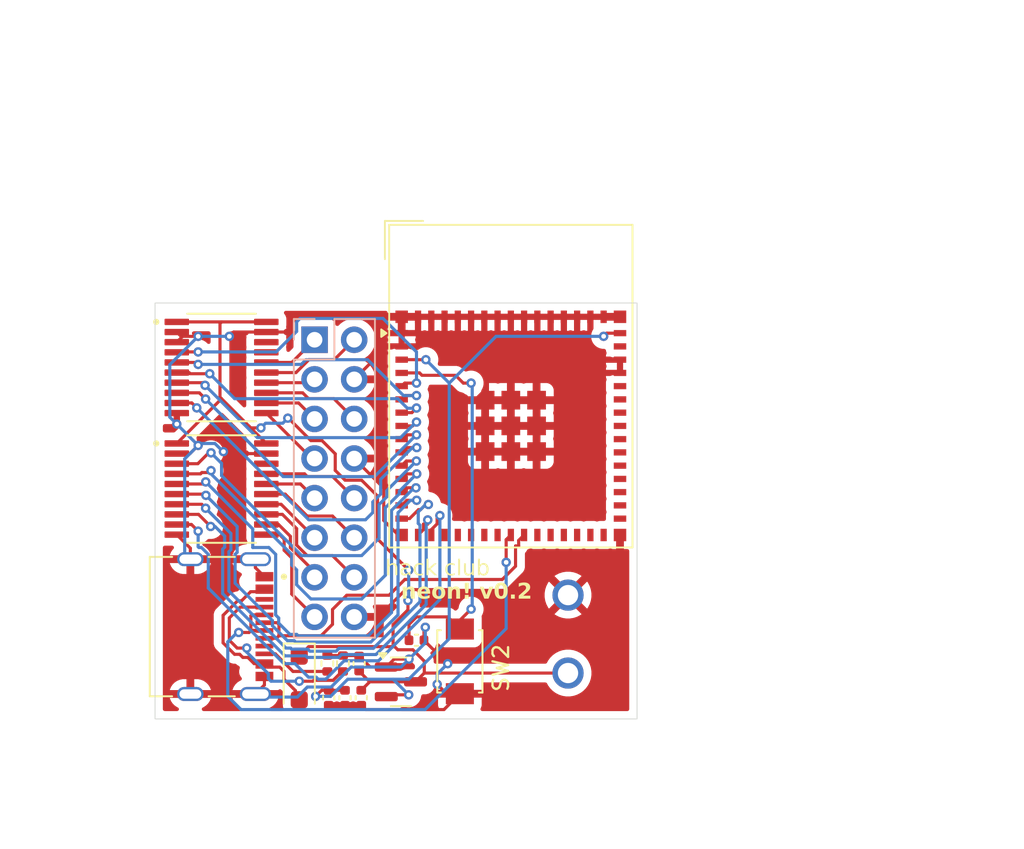
<source format=kicad_pcb>
(kicad_pcb (version 20241030) (generator "pcbnew") (generator_version "8.99")
  (layers (0 "F.Cu" signal) (2 "B.Cu" signal) (13 "F.Paste" user) (15 "B.Paste" user) (5 "F.SilkS" user "F.Silkscreen") (7 "B.SilkS" user "B.Silkscreen") (1 "F.Mask" user) (3 "B.Mask" user) (25 "Edge.Cuts" user) (39 "User.1" signal) (41 "User.2" signal) (43 "User.3" signal) (45 "User.4" signal) (47 "User.5" signal) (49 "User.6" signal) (51 "User.7" signal) (53 "User.8" signal) (55 "User.9" signal))
  (net 0 "")
  (net 1 "+5V")
  (net 2 "GND")
  (net 3 "+3V3")
  (net 5 "/GPIO0")
  (net 7 "Net-(D1-A)")
  (net 8 "Net-(J1-CC1)")
  (net 9 "/D-")
  (net 10 "/D+")
  (net 12 "Net-(J1-CC2)")
  (net 14 "/B2")
  (net 15 "/R1")
  (net 16 "/C")
  (net 17 "/R2")
  (net 18 "/B1")
  (net 19 "/CLK")
  (net 20 "/A")
  (net 21 "/OE-")
  (net 23 "/G1")
  (net 24 "/STROBE")
  (net 25 "/D")
  (net 34 "/G2")
  (net 35 "/B")
  (net 50 "Net-(U1-B8)")
  (net 51 "Net-(U1-B3)")
  (net 52 "Net-(U1-B6)")
  (net 53 "Net-(U1-B7)")
  (net 54 "Net-(U1-B4)")
  (net 55 "Net-(U1-B2)")
  (net 56 "Net-(U1-B5)")
  (net 57 "Net-(U2-B2)")
  (net 58 "Net-(U2-G1)")
  (net 59 "Net-(U2-B1)")
  (net 60 "Net-(U2-R2)")
  (net 61 "Net-(U2-G2)")
  (net 62 "Net-(U2-R1)")
  (footprint "SOP65P640X120-20N:SOP65P640X120-20N" (layer "F.Cu") (at 171 71)
    (property "Reference" "U5" (hide yes))
    (property "Value" "SN74AHCT245PWR")
  )
  (footprint "Capacitor_SMD:C_0402_1005Metric" (layer "F.Cu") (at 179.823587 89.99143 -90)
    (property "Reference" "C5" (hide yes))
    (property "Value" "10uF")
  )
  (footprint "HRO_TYPE-C-31-M-12:HRO_TYPE-C-31-M-12" (layer "F.Cu") (at 169 87.62257 -90)
    (property "Reference" "J1" (hide yes))
    (property "Value" "USB_C_Receptacle_USB2.0_16P")
  )
  (footprint "Capacitor_SMD:C_0402_1005Metric" (layer "F.Cu") (at 183.5 88.5 180)
    (property "Reference" "C10" (hide yes))
    (property "Value" "1uF")
  )
  (footprint "SOP65P640X120-20N:SOP65P640X120-20N" (layer "F.Cu") (at 171 78.798396)
    (property "Reference" "U1" (hide yes))
    (property "Value" "SN74AHCT245PWR")
  )
  (footprint "TS-1088-AR02016:SW_TS-1088-AR02016" (layer "F.Cu") (at 186.281235 89.853738 -90)
    (property "Reference" "SW2")
    (property "Value" "SW_Push")
  )
  (footprint "Package_TO_SOT_SMD:SOT-23" (layer "F.Cu") (at 182.5 91.165677)
    (property "Reference" "U3" (hide yes))
    (property "Value" "XC6206P332MR")
  )
  (footprint "Diode_SMD:D_SOD-123F" (layer "F.Cu") (at 175.98159 90.917116 -90)
    (property "Reference" "D1" (hide yes))
    (property "Value" "S-LMBR340FT1G")
  )
  (footprint "Capacitor_SMD:C_0402_1005Metric" (layer "F.Cu") (at 178.915544 92.189385 -90)
    (property "Reference" "C3" (hide yes))
    (property "Value" "0.1uF")
  )
  (footprint "DORABO:DB300V-5.0-2P-BU-S" (layer "F.Cu") (at 188.216183 93.102955 90)
    (property "Reference" "J2" (hide yes))
    (property "Value" "Screw_Terminal_01x02")
  )
  (footprint "Capacitor_SMD:C_0402_1005Metric" (layer "F.Cu") (at 179.958278 92.188128 90)
    (property "Reference" "C6" (hide yes))
    (property "Value" "0.1uF")
  )
  (footprint "Resistor_SMD:R_0402_1005Metric" (layer "F.Cu") (at 177.784613 89.99 90)
    (property "Reference" "R2" (hide yes))
    (property "Value" "5.1K")
  )
  (footprint "Resistor_SMD:R_0402_1005Metric" (layer "F.Cu") (at 178.784613 89.99 90)
    (property "Reference" "R1" (hide yes))
    (property "Value" "5.1K")
  )
  (footprint "Capacitor_SMD:C_0402_1005Metric" (layer "F.Cu") (at 177.871743 92.191559 -90)
    (property "Reference" "C4" (hide yes))
    (property "Value" "10uF")
  )
  (footprint "RF_Module:ESP32-S2-MINI-1" (layer "F.Cu") (at 189.549154 72.196561)
    (property "Reference" "U6" (hide yes))
    (property "Value" "ESP32-S3-MINI-1-N8")
  )
  (footprint "Connector_PinSocket_2.54mm:PinSocket_2x08_P2.54mm_Vertical" (layer "B.Cu") (at 176.96481 69.22 180)
    (property "Reference" "U2" (hide yes))
    (property "Value" "~")
  )
  (gr_rect (start 166.736334 66.861596) (end 197.642307 93.546339) (stroke (width 0.05)) (fill none) (layer "Edge.Cuts"))
  (gr_text "hack club" (at 181.5 84.5 0) (layer "F.SilkS") (effects (font (size 1 1)) (justify left bottom)))
  (gr_text "neon! v0.2" (at 182.5 86 0) (layer "F.SilkS") (effects (font (size 1 1) (thickness 0.25) (bold yes)) (justify left bottom)))
  (segment (start 177.441156 75.69) (end 178.290496 76.53934) (width 0.2) (layer "F.Cu") (net 1))
  (segment (start 182.1 88.91) (end 182.3 89.11) (width 0.2) (layer "F.Cu") (net 1))
  (segment (start 178.290496 76.53934) (end 178.290496 77.6) (width 0.2) (layer "F.Cu") (net 1))
  (segment (start 181 79.248844) (end 181 82) (width 0.2) (layer "F.Cu") (net 1))
  (segment (start 182 88.91) (end 182.1 88.91) (width 0.2) (layer "F.Cu") (net 1))
  (segment (start 179.989264 90.637107) (end 179.823587 90.47143) (width 0.2) (layer "F.Cu") (net 1))
  (segment (start 168.13 68.075) (end 171 68.075) (width 0.2) (layer "F.Cu") (net 1))
  (segment (start 192.613228 90) (end 193.216183 90.602955) (width 0.2) (layer "F.Cu") (net 1))
  (segment (start 171 68.075) (end 173.87 68.075) (width 0.2) (layer "F.Cu") (net 1))
  (segment (start 172.748302 74.751698) (end 170.998302 73.001698) (width 0.2) (layer "F.Cu") (net 1))
  (segment (start 178.290496 77.6) (end 178.920496 78.23) (width 0.2) (layer "F.Cu") (net 1))
  (segment (start 176.588706 88.91) (end 182 88.91) (width 0.2) (layer "F.Cu") (net 1))
  (segment (start 179.981156 78.23) (end 181 79.248844) (width 0.2) (layer "F.Cu") (net 1))
  (segment (start 170.998302 73.001698) (end 170.9 72.903396) (width 0.2) (layer "F.Cu") (net 1))
  (segment (start 170.9 72.903396) (end 170.9 68.175) (width 0.2) (layer "F.Cu") (net 1))
  (segment (start 172.748302 74.751698) (end 172.871783 74.875179) (width 0.2) (layer "F.Cu") (net 1))
  (segment (start 183.268117 89.11) (end 184.000222 89.842105) (width 0.2) (layer "F.Cu") (net 1))
  (segment (start 180.500729 91.165677) (end 179.823587 90.488535) (width 0.2) (layer "F.Cu") (net 1))
  (segment (start 183.4375 91.165677) (end 180.500729 91.165677) (width 0.2) (layer "F.Cu") (net 1))
  (segment (start 182.951421 86.548579) (end 182 87.5) (width 0.2) (layer "F.Cu") (net 1))
  (segment (start 173.87 75.873396) (end 172.748302 74.751698) (width 0.2) (layer "F.Cu") (net 1))
  (segment (start 179.823587 90.488535) (end 179.823587 90.47143) (width 0.2) (layer "F.Cu") (net 1))
  (segment (start 180.500729 91.165677) (end 179.958278 91.708128) (width 0.2) (layer "F.Cu") (net 1))
  (segment (start 179.823587 91.612119) (end 179.923027 91.711559) (width 0.2) (layer "F.Cu") (net 1))
  (segment (start 175.98159 89.517116) (end 176.588706 88.91) (width 0.2) (layer "F.Cu") (net 1))
  (segment (start 184.000222 89.842105) (end 184.000222 90.602955) (width 0.2) (layer "F.Cu") (net 1))
  (segment (start 175.25 74.25) (end 175.288464 74.25) (width 0.2) (layer "F.Cu") (net 1))
  (segment (start 175.288464 74.25) (end 176.728464 75.69) (width 0.2) (layer "F.Cu") (net 1))
  (segment (start 170.9 68.175) (end 171 68.075) (width 0.2) (layer "F.Cu") (net 1))
  (segment (start 178.920496 78.23) (end 179.981156 78.23) (width 0.2) (layer "F.Cu") (net 1))
  (segment (start 181 82) (end 183 84) (width 0.2) (layer "F.Cu") (net 1))
  (segment (start 168.13 75.873396) (end 170.001698 74.001698) (width 0.2) (layer "F.Cu") (net 1))
  (segment (start 182.3 89.11) (end 183.268117 89.11) (width 0.2) (layer "F.Cu") (net 1))
  (segment (start 182.951421 85.951421) (end 182.951421 86.548579) (width 0.2) (layer "F.Cu") (net 1))
  (segment (start 170.998302 73.005094) (end 170.998302 73.001698) (width 0.2) (layer "F.Cu") (net 1))
  (segment (start 183.4375 91.165677) (end 184.000222 90.602955) (width 0.2) (layer "F.Cu") (net 1))
  (segment (start 184.000222 90.602955) (end 193.216183 90.602955) (width 0.2) (layer "F.Cu") (net 1))
  (segment (start 172.871783 74.875179) (end 173.524821 74.875179) (width 0.2) (layer "F.Cu") (net 1))
  (segment (start 176.728464 75.69) (end 177.441156 75.69) (width 0.2) (layer "F.Cu") (net 1))
  (segment (start 170.001698 74.001698) (end 170.998302 73.005094) (width 0.2) (layer "F.Cu") (net 1))
  (segment (start 175.565182 89.517116) (end 175.98159 89.517116) (width 0.2) (layer "F.Cu") (net 1))
  (segment (start 182 87.5) (end 182 88.91) (width 0.2) (layer "F.Cu") (net 1))
  (via (at 183 84) (size 0.6) (drill 0.3) (layers "F.Cu" "B.Cu") (net 1))
  (via (at 173.524821 74.875179) (size 0.6) (drill 0.3) (layers "F.Cu" "B.Cu") (net 1))
  (via (at 182.951421 85.951421) (size 0.6) (drill 0.3) (layers "F.Cu" "B.Cu") (net 1))
  (via (at 175.25 74.25) (size 0.6) (drill 0.3) (layers "F.Cu" "B.Cu") (net 1))
  (segment (start 183 85.902842) (end 182.951421 85.951421) (width 0.2) (layer "B.Cu") (net 1))
  (segment (start 174.925977 74.574023) (end 173.825977 74.574023) (width 0.2) (layer "B.Cu") (net 1))
  (segment (start 183 84) (end 183 85.902842) (width 0.2) (layer "B.Cu") (net 1))
  (segment (start 173.825977 74.574023) (end 173.524821 74.875179) (width 0.2) (layer "B.Cu") (net 1))
  (segment (start 175.25 74.25) (end 174.925977 74.574023) (width 0.2) (layer "B.Cu") (net 1))
  (segment (start 183.98 88.5) (end 183.98 87.751274) (width 0.2) (layer "F.Cu") (net 2))
  (segment (start 181.052899 87) (end 182.802899 85.25) (width 0.2) (layer "F.Cu") (net 2))
  (segment (start 173.17 83.84257) (end 173.75 84.42257) (width 0.2) (layer "F.Cu") (net 2))
  (segment (start 185.428738 91.928738) (end 184.825735 91.325735) (width 0.2) (layer "F.Cu") (net 2))
  (segment (start 179.792157 89.48) (end 179.823587 89.51143) (width 0.2) (layer "F.Cu") (net 2))
  (segment (start 182.499648 69.696067) (end 182.549154 69.646561) (width 0.2) (layer "F.Cu") (net 2))
  (segment (start 171.120736 76.398318) (end 171.245814 76.523396) (width 0.2) (layer "F.Cu") (net 2))
  (segment (start 182.549154 81.746561) (end 182.333721 81.746561) (width 0.2) (layer "F.Cu") (net 2))
  (segment (start 168.5 69.005) (end 168.13 69.375) (width 0.2) (layer "F.Cu") (net 2))
  (segment (start 171.775 68.725) (end 173.87 68.725) (width 0.2) (layer "F.Cu") (net 2))
  (segment (start 180.236489 92.946339) (end 185.263634 92.946339) (width 0.2) (layer "F.Cu") (net 2))
  (segment (start 169 83.29757) (end 169 82.593396) (width 0.2) (layer "F.Cu") (net 2))
  (segment (start 171.5 69) (end 171.775 68.725) (width 0.2) (layer "F.Cu") (net 2))
  (segment (start 186 85.25) (end 186.25 85.5) (width 0.2) (layer "F.Cu") (net 2))
  (segment (start 179.50481 71.76) (end 181.568743 69.696067) (width 0.2) (layer "F.Cu") (net 2))
  (segment (start 181.4 80.81284) (end 181.4 78.73519) (width 0.2) (layer "F.Cu") (net 2))
  (segment (start 168.976604 76.523396) (end 169.5 76) (width 0.2) (layer "F.Cu") (net 2))
  (segment (start 180.527834 90.215677) (end 181.5625 90.215677) (width 0.2) (layer "F.Cu") (net 2))
  (segment (start 179.957021 92.669385) (end 179.958278 92.668128) (width 0.2) (layer "F.Cu") (net 2))
  (segment (start 179.958278 92.668128) (end 180.236489 92.946339) (width 0.2) (layer "F.Cu") (net 2))
  (segment (start 185.5 90) (end 185.48 90) (width 0.2) (layer "F.Cu") (net 2))
  (segment (start 177.784613 89.48) (end 179.792157 89.48) (width 0.2) (layer "F.Cu") (net 2))
  (segment (start 168.5 69) (end 168.5 69.005) (width 0.2) (layer "F.Cu") (net 2))
  (segment (start 169 82.593396) (end 168.13 81.723396) (width 0.2) (layer "F.Cu") (net 2))
  (segment (start 179.50481 87) (end 181.052899 87) (width 0.2) (layer "F.Cu") (net 2))
  (segment (start 173.17 83.29757) (end 173.17 83.84257) (width 0.2) (layer "F.Cu") (net 2))
  (segment (start 183.98 87.751274) (end 184.065637 87.665637) (width 0.2) (layer "F.Cu") (net 2))
  (segment (start 173.75 90.82257) (end 173.75 91.36757) (width 0.2) (layer "F.Cu") (net 2))
  (segment (start 182.068177 89.71) (end 181.5625 90.215677) (width 0.2) (layer "F.Cu") (net 2))
  (segment (start 181.568743 69.696067) (end 182.499648 69.696067) (width 0.2) (layer "F.Cu") (net 2))
  (segment (start 185.263634 92.946339) (end 186.281235 91.928738) (width 0.2) (layer "F.Cu") (net 2))
  (segment (start 168.5 69) (end 168.405 69) (width 0.2) (layer "F.Cu") (net 2))
  (segment (start 181.4 78.73519) (end 179.50481 76.84) (width 0.2) (layer "F.Cu") (net 2))
  (segment (start 182.333721 81.746561) (end 181.4 80.81284) (width 0.2) (layer "F.Cu") (net 2))
  (segment (start 169.5 69) (end 168.5 69) (width 0.2) (layer "F.Cu") (net 2))
  (segment (start 168.13 74.63) (end 168.13 73.925) (width 0.2) (layer "F.Cu") (net 2))
  (segment (start 177.875174 92.668128) (end 177.871743 92.671559) (width 0.2) (layer "F.Cu") (net 2))
  (segment (start 168.405 69) (end 168.13 68.725) (width 0.2) (layer "F.Cu") (net 2))
  (segment (start 186.281235 91.928738) (end 185.428738 91.928738) (width 0.2) (layer "F.Cu") (net 2))
  (segment (start 171.245814 76.523396) (end 173.87 76.523396) (width 0.2) (layer "F.Cu") (net 2))
  (segment (start 179.823587 89.51143) (end 180.527834 90.215677) (width 0.2) (layer "F.Cu") (net 2))
  (segment (start 173.87 68.725) (end 175.275 68.725) (width 0.2) (layer "F.Cu") (net 2))
  (segment (start 183.019588 89.71) (end 182.068177 89.71) (width 0.2) (layer "F.Cu") (net 2))
  (segment (start 173.75 91.36757) (end 173.17 91.94757) (width 0.2) (layer "F.Cu") (net 2))
  (segment (start 185.48 90) (end 183.98 88.5) (width 0.2) (layer "F.Cu") (net 2))
  (segment (start 168.13 76.523396) (end 168.976604 76.523396) (width 0.2) (layer "F.Cu") (net 2))
  (segment (start 182.802899 85.25) (end 186 85.25) (width 0.2) (layer "F.Cu") (net 2))
  (segment (start 179.958278 92.668128) (end 177.875174 92.668128) (width 0.2) (layer "F.Cu") (net 2))
  (segment (start 178.91337 92.671559) (end 178.915544 92.669385) (width 0.2) (layer "F.Cu") (net 2))
  (via (at 183.019588 89.71) (size 0.6) (drill 0.3) (layers "F.Cu" "B.Cu") (net 2))
  (via (at 184.825735 91.325735) (size 0.6) (drill 0.3) (layers "F.Cu" "B.Cu") (net 2))
  (via (at 185.5 90) (size 0.6) (drill 0.3) (layers "F.Cu" "B.Cu") (net 2))
  (via (at 168.13 74.63) (size 0.6) (drill 0.3) (layers "F.Cu" "B.Cu") (net 2))
  (via (at 169.5 76) (size 0.6) (drill 0.3) (layers "F.Cu" "B.Cu") (net 2))
  (via (at 171.5 69) (size 0.6) (drill 0.3) (layers "F.Cu" "B.Cu") (net 2))
  (via (at 171.120736 76.398318) (size 0.6) (drill 0.3) (layers "F.Cu" "B.Cu") (net 2))
  (via (at 184.065637 87.665637) (size 0.6) (drill 0.3) (layers "F.Cu" "B.Cu") (net 2))
  (via (at 169.5 69) (size 0.6) (drill 0.3) (layers "F.Cu" "B.Cu") (net 2))
  (segment (start 183.019588 89.71) (end 184.065637 88.663951) (width 0.2) (layer "B.Cu") (net 2))
  (segment (start 184.825735 90.674265) (end 185.5 90) (width 0.2) (layer "B.Cu") (net 2))
  (segment (start 169.626604 75.873396) (end 169.5 76) (width 0.2) (layer "B.Cu") (net 2))
  (segment (start 171.120736 76.398318) (end 171.097715 76.398318) (width 0.2) (layer "B.Cu") (net 2))
  (segment (start 176.501088 91.498912) (end 178.027786 91.498912) (width 0.2) (layer "B.Cu") (net 2))
  (segment (start 167.682083 70.817917) (end 169.5 69) (width 0.2) (layer "B.Cu") (net 2))
  (segment (start 168.637425 76.862575) (end 168.637425 82.934995) (width 0.2) (layer "B.Cu") (net 2))
  (segment (start 175.855525 92.144475) (end 176.501088 91.498912) (width 0.2) (layer "B.Cu") (net 2))
  (segment (start 184.065637 88.663951) (end 184.065637 87.665637) (width 0.2) (layer "B.Cu") (net 2))
  (segment (start 169.5 76) (end 168.637425 76.862575) (width 0.2) (layer "B.Cu") (net 2))
  (segment (start 173.366905 92.144475) (end 175.855525 92.144475) (width 0.2) (layer "B.Cu") (net 2))
  (segment (start 173.17 91.94757) (end 173.366905 92.144475) (width 0.2) (layer "B.Cu") (net 2))
  (segment (start 167.682083 74.182083) (end 167.682083 70.817917) (width 0.2) (layer "B.Cu") (net 2))
  (segment (start 168.13 74.63) (end 169.5 76) (width 0.2) (layer "B.Cu") (net 2))
  (segment (start 168.637425 82.934995) (end 169 83.29757) (width 0.2) (layer "B.Cu") (net 2))
  (segment (start 184.825735 91.325735) (end 184.825735 90.674265) (width 0.2) (layer "B.Cu") (net 2))
  (segment (start 169.5 69) (end 171.5 69) (width 0.2) (layer "B.Cu") (net 2))
  (segment (start 168.13 74.63) (end 167.682083 74.182083) (width 0.2) (layer "B.Cu") (net 2))
  (segment (start 179.311021 90.215677) (end 182.513911 90.215677) (width 0.2) (layer "B.Cu") (net 2))
  (segment (start 178.027786 91.498912) (end 179.311021 90.215677) (width 0.2) (layer "B.Cu") (net 2))
  (segment (start 171.097715 76.398318) (end 170.572793 75.873396) (width 0.2) (layer "B.Cu") (net 2))
  (segment (start 170.572793 75.873396) (end 169.626604 75.873396) (width 0.2) (layer "B.Cu") (net 2))
  (segment (start 182.513911 90.215677) (end 183.019588 89.71) (width 0.2) (layer "B.Cu") (net 2))
  (segment (start 183 92) (end 181.678177 92) (width 0.2) (layer "F.Cu") (net 3))
  (segment (start 183.5 70.5) (end 183.496561 70.496561) (width 0.2) (layer "F.Cu") (net 3))
  (segment (start 183.496561 70.496561) (end 182.549154 70.496561) (width 0.2) (layer "F.Cu") (net 3))
  (segment (start 177.03159 92.098912) (end 177.418943 91.711559) (width 0.2) (layer "F.Cu") (net 3))
  (segment (start 195.703439 68.796561) (end 195.5 69) (width 0.2) (layer "F.Cu") (net 3))
  (segment (start 177.418943 91.711559) (end 178.871743 91.711559) (width 0.2) (layer "F.Cu") (net 3))
  (segment (start 196.549154 68.796561) (end 195.703439 68.796561) (width 0.2) (layer "F.Cu") (net 3))
  (segment (start 184.1 70.5) (end 183.5 70.5) (width 0.2) (layer "F.Cu") (net 3))
  (segment (start 181.678177 92) (end 181.5625 92.115677) (width 0.2) (layer "F.Cu") (net 3))
  (via (at 183 92) (size 0.6) (drill 0.3) (layers "F.Cu" "B.Cu") (net 3))
  (via (at 184.1 70.5) (size 0.6) (drill 0.3) (layers "F.Cu" "B.Cu") (net 3))
  (via (at 177.03159 92.098912) (size 0.6) (drill 0.3) (layers "F.Cu" "B.Cu") (net 3))
  (via (at 195.5 69) (size 0.6) (drill 0.3) (layers "F.Cu" "B.Cu") (net 3))
  (segment (start 183 91) (end 185.6 88.4) (width 0.2) (layer "B.Cu") (net 3))
  (segment (start 179.092384 91) (end 183 91) (width 0.2) (layer "B.Cu") (net 3))
  (segment (start 177.993472 92.098912) (end 179.092384 91) (width 0.2) (layer "B.Cu") (net 3))
  (segment (start 183 92) (end 182 91) (width 0.2) (layer "B.Cu") (net 3))
  (segment (start 188.6 69) (end 185.6 72) (width 0.2) (layer "B.Cu") (net 3))
  (segment (start 185.6 88.4) (end 185.6 72) (width 0.2) (layer "B.Cu") (net 3))
  (segment (start 177.03159 92.098912) (end 177.993472 92.098912) (width 0.2) (layer "B.Cu") (net 3))
  (segment (start 185.6 72) (end 184.1 70.5) (width 0.2) (layer "B.Cu") (net 3))
  (segment (start 195.5 69) (end 188.6 69) (width 0.2) (layer "B.Cu") (net 3))
  (segment (start 187 72) (end 186.5 72) (width 0.2) (layer "F.Cu") (net 5))
  (segment (start 183.02 87.48) (end 183.02 88.5) (width 0.2) (layer "F.Cu") (net 5))
  (segment (start 183.849943 71.5) (end 183.696504 71.346561) (width 0.2) (layer "F.Cu") (net 5))
  (segment (start 183.5 87) (end 183.02 87.48) (width 0.2) (layer "F.Cu") (net 5))
  (segment (start 186.5 72) (end 186 71.5) (width 0.2) (layer "F.Cu") (net 5))
  (segment (start 186.281235 87.218765) (end 187 86.5) (width 0.2) (layer "F.Cu") (net 5))
  (segment (start 186.281235 87.778738) (end 185.502497 87) (width 0.2) (layer "F.Cu") (net 5))
  (segment (start 186 71.5) (end 183.849943 71.5) (width 0.2) (layer "F.Cu") (net 5))
  (segment (start 185.502497 87) (end 183.5 87) (width 0.2) (layer "F.Cu") (net 5))
  (segment (start 183.696504 71.346561) (end 182.549154 71.346561) (width 0.2) (layer "F.Cu") (net 5))
  (segment (start 186.281235 87.778738) (end 186.281235 87.218765) (width 0.2) (layer "F.Cu") (net 5))
  (via (at 187 72) (size 0.6) (drill 0.3) (layers "F.Cu" "B.Cu") (net 5))
  (via (at 187 86.5) (size 0.6) (drill 0.3) (layers "F.Cu" "B.Cu") (net 5))
  (segment (start 187 86.5) (end 187.073816 86.426184) (width 0.2) (layer "B.Cu") (net 5))
  (segment (start 187.073816 72.073816) (end 187 72) (width 0.2) (layer "B.Cu") (net 5))
  (segment (start 187.073816 86.426184) (end 187.073816 72.073816) (width 0.2) (layer "B.Cu") (net 5))
  (segment (start 171.8339 89.401) (end 171.099 88.6661) (width 0.2) (layer "F.Cu") (net 7))
  (segment (start 171.099 88.6661) (end 171.099 86.899586) (width 0.2) (layer "F.Cu") (net 7))
  (segment (start 171.099 86.899586) (end 172.027016 85.97157) (width 0.2) (layer "F.Cu") (net 7))
  (segment (start 175.98159 92.317116) (end 175.734954 92.07048) (width 0.2) (layer "F.Cu") (net 7))
  (segment (start 172.27843 85.97157) (end 172.86643 85.38357) (width 0.2) (layer "F.Cu") (net 7))
  (segment (start 172.689083 89.601) (end 172.365928 89.601) (width 0.2) (layer "F.Cu") (net 7))
  (segment (start 175 90.48737) (end 174.7342 90.22157) (width 0.2) (layer "F.Cu") (net 7))
  (segment (start 173.088083 90) (end 172.689083 89.601) (width 0.2) (layer "F.Cu") (net 7))
  (segment (start 174.7342 90.22157) (end 173.949 90.22157) (width 0.2) (layer "F.Cu") (net 7))
  (segment (start 175.734954 92.07048) (end 175.734954 91.727936) (width 0.2) (layer "F.Cu") (net 7))
  (segment (start 173.75 90.02257) (end 173.72743 90) (width 0.2) (layer "F.Cu") (net 7))
  (segment (start 172.365928 89.601) (end 172.165928 89.401) (width 0.2) (layer "F.Cu") (net 7))
  (segment (start 172.027016 85.97157) (end 172.27843 85.97157) (width 0.2) (layer "F.Cu") (net 7))
  (segment (start 173.72743 90) (end 173.088083 90) (width 0.2) (layer "F.Cu") (net 7))
  (segment (start 173.949 90.22157) (end 173.75 90.02257) (width 0.2) (layer "F.Cu") (net 7))
  (segment (start 172.165928 89.401) (end 171.8339 89.401) (width 0.2) (layer "F.Cu") (net 7))
  (segment (start 175 90.992982) (end 175 90.48737) (width 0.2) (layer "F.Cu") (net 7))
  (segment (start 175.734954 91.727936) (end 175 90.992982) (width 0.2) (layer "F.Cu") (net 7))
  (segment (start 172.86643 85.38357) (end 173.589 85.38357) (width 0.2) (layer "F.Cu") (net 7))
  (segment (start 173.589 85.38357) (end 173.75 85.22257) (width 0.2) (layer "F.Cu") (net 7))
  (segment (start 172.614871 89) (end 172 89) (width 0.2) (layer "F.Cu") (net 8))
  (segment (start 176.856514 91.126936) (end 176.91345 91.07) (width 0.2) (layer "F.Cu") (net 8))
  (segment (start 172 89) (end 171.5 88.5) (width 0.2) (layer "F.Cu") (net 8))
  (segment (start 178.723537 90.5) (end 178.784613 90.5) (width 0.2) (layer "F.Cu") (net 8))
  (segment (start 176.91345 91.07) (end 178.153537 91.07) (width 0.2) (layer "F.Cu") (net 8))
  (segment (start 172.193116 86.37257) (end 173.75 86.37257) (width 0.2) (layer "F.Cu") (net 8))
  (segment (start 171.5 87.065686) (end 172.193116 86.37257) (width 0.2) (layer "F.Cu") (net 8))
  (segment (start 175.983897 91.126936) (end 176.856514 91.126936) (width 0.2) (layer "F.Cu") (net 8))
  (segment (start 171.5 88.5) (end 171.5 87.065686) (width 0.2) (layer "F.Cu") (net 8))
  (segment (start 178.153537 91.07) (end 178.723537 90.5) (width 0.2) (layer "F.Cu") (net 8))
  (via (at 172.614871 89) (size 0.6) (drill 0.3) (layers "F.Cu" "B.Cu") (net 8))
  (via (at 175.983897 91.126936) (size 0.6) (drill 0.3) (layers "F.Cu" "B.Cu") (net 8))
  (segment (start 174.170785 91.126936) (end 175.983897 91.126936) (width 0.2) (layer "B.Cu") (net 8))
  (segment (start 174 90.956151) (end 174.170785 91.126936) (width 0.2) (layer "B.Cu") (net 8))
  (segment (start 172.614871 89) (end 172.614871 89.26257) (width 0.2) (layer "B.Cu") (net 8))
  (segment (start 174 90.647699) (end 174 90.956151) (width 0.2) (layer "B.Cu") (net 8))
  (segment (start 172.614871 89.26257) (end 174 90.647699) (width 0.2) (layer "B.Cu") (net 8))
  (segment (start 172.1 88) (end 172.766996 88) (width 0.2) (layer "F.Cu") (net 9))
  (segment (start 189.25 83.5) (end 189.25 82.045715) (width 0.2) (layer "F.Cu") (net 9))
  (segment (start 172.894426 87.87257) (end 173.75 87.87257) (width 0.2) (layer "F.Cu") (net 9))
  (segment (start 172.93 87.87257) (end 173.75 87.87257) (width 0.2) (layer "F.Cu") (net 9))
  (segment (start 172.766996 88) (end 172.894426 87.87257) (width 0.2) (layer "F.Cu") (net 9))
  (segment (start 172.88 87.82257) (end 172.93 87.87257) (width 0.2) (layer "F.Cu") (net 9))
  (segment (start 173.75 86.87257) (end 172.93 86.87257) (width 0.2) (layer "F.Cu") (net 9))
  (segment (start 172.93 86.87257) (end 172.88 86.92257) (width 0.2) (layer "F.Cu") (net 9))
  (segment (start 189.25 82.045715) (end 189.549154 81.746561) (width 0.2) (layer "F.Cu") (net 9))
  (segment (start 172.88 86.92257) (end 172.88 87.82257) (width 0.2) (layer "F.Cu") (net 9))
  (via (at 189.25 83.5) (size 0.6) (drill 0.3) (layers "F.Cu" "B.Cu") (net 9))
  (via (at 172.1 88) (size 0.6) (drill 0.3) (layers "F.Cu" "B.Cu") (net 9))
  (segment (start 172.1 88) (end 172 88) (width 0.2) (layer "B.Cu") (net 9))
  (segment (start 172.247427 92.946339) (end 184.053661 92.946339) (width 0.2) (layer "B.Cu") (net 9))
  (segment (start 171.4 92.098912) (end 172.247427 92.946339) (width 0.2) (layer "B.Cu") (net 9))
  (segment (start 184.053661 92.946339) (end 189.25 87.75) (width 0.2) (layer "B.Cu") (net 9))
  (segment (start 189.25 87.75) (end 189.25 83.5) (width 0.2) (layer "B.Cu") (net 9))
  (segment (start 171.4 88.6) (end 171.4 92.098912) (width 0.2) (layer "B.Cu") (net 9))
  (segment (start 172 88) (end 171.4 88.6) (width 0.2) (layer "B.Cu") (net 9))
  (segment (start 174.681505 88.211065) (end 174.52 88.37257) (width 0.2) (layer "F.Cu") (net 10))
  (segment (start 174.57 87.37257) (end 174.681505 87.484075) (width 0.2) (layer "F.Cu") (net 10))
  (segment (start 189.851 83.748943) (end 189.851 82.447561) (width 0.2) (layer "F.Cu") (net 10))
  (segment (start 178.11481 86.523654) (end 179.028464 85.61) (width 0.2) (layer "F.Cu") (net 10))
  (segment (start 174.681505 87.484075) (end 174.681505 88.211065) (width 0.2) (layer "F.Cu") (net 10))
  (segment (start 188.999943 84.6) (end 189.851 83.748943) (width 0.2) (layer "F.Cu") (net 10))
  (segment (start 174.681505 88.211065) (end 177.380091 88.211065) (width 0.2) (layer "F.Cu") (net 10))
  (segment (start 174.52 88.37257) (end 173.75 88.37257) (width 0.2) (layer "F.Cu") (net 10))
  (segment (start 179.028464 85.61) (end 181.741471 85.61) (width 0.2) (layer "F.Cu") (net 10))
  (segment (start 177.380091 88.211065) (end 178.11481 87.476346) (width 0.2) (layer "F.Cu") (net 10))
  (segment (start 190.050154 82.447561) (end 190.050154 82.095561) (width 0.2) (layer "F.Cu") (net 10))
  (segment (start 173.75 87.37257) (end 174.57 87.37257) (width 0.2) (layer "F.Cu") (net 10))
  (segment (start 182.751471 84.6) (end 188.999943 84.6) (width 0.2) (layer "F.Cu") (net 10))
  (segment (start 189.851 82.447561) (end 190.050154 82.447561) (width 0.2) (layer "F.Cu") (net 10))
  (segment (start 178.11481 87.476346) (end 178.11481 86.523654) (width 0.2) (layer "F.Cu") (net 10))
  (segment (start 181.741471 85.61) (end 182.751471 84.6) (width 0.2) (layer "F.Cu") (net 10))
  (segment (start 190.050154 82.095561) (end 190.399154 81.746561) (width 0.2) (layer "F.Cu") (net 10))
  (segment (start 177.784613 90.5) (end 175.57973 90.5) (width 0.2) (layer "F.Cu") (net 12))
  (segment (start 175.57973 90.5) (end 174.4523 89.37257) (width 0.2) (layer "F.Cu") (net 12))
  (segment (start 174.4523 89.37257) (end 173.75 89.37257) (width 0.2) (layer "F.Cu") (net 12))
  (segment (start 168.13 73.275) (end 169.096208 73.275) (width 0.2) (layer "F.Cu") (net 14))
  (segment (start 182.856338 76.139377) (end 182.549154 76.446561) (width 0.2) (layer "F.Cu") (net 14))
  (segment (start 183.516726 76.139377) (end 182.856338 76.139377) (width 0.2) (layer "F.Cu") (net 14))
  (segment (start 169.096208 73.275) (end 169.410604 73.589396) (width 0.2) (layer "F.Cu") (net 14))
  (via (at 169.410604 73.589396) (size 0.6) (drill 0.3) (layers "F.Cu" "B.Cu") (net 14))
  (via (at 183.516726 76.139377) (size 0.6) (drill 0.3) (layers "F.Cu" "B.Cu") (net 14))
  (segment (start 181.20326 79.123086) (end 180.7 79.626346) (width 0.2) (layer "B.Cu") (net 14))
  (segment (start 180.7 79.626346) (end 180.7 80.3) (width 0.2) (layer "B.Cu") (net 14))
  (segment (start 180.7 80.3) (end 180.23 80.77) (width 0.2) (layer "B.Cu") (net 14))
  (segment (start 183.233883 76.139377) (end 181.20326 78.17) (width 0.2) (layer "B.Cu") (net 14))
  (segment (start 176.591208 80.77) (end 169.410604 73.589396) (width 0.2) (layer "B.Cu") (net 14))
  (segment (start 183.516726 76.139377) (end 183.233883 76.139377) (width 0.2) (layer "B.Cu") (net 14))
  (segment (start 180.23 80.77) (end 176.591208 80.77) (width 0.2) (layer "B.Cu") (net 14))
  (segment (start 181.20326 78.17) (end 181.20326 79.123086) (width 0.2) (layer "B.Cu") (net 14))
  (segment (start 182.745715 72) (end 182.549154 72.196561) (width 0.2) (layer "F.Cu") (net 15))
  (segment (start 183.5 72) (end 182.745715 72) (width 0.2) (layer "F.Cu") (net 15))
  (segment (start 169.5 70) (end 168.155 70) (width 0.2) (layer "F.Cu") (net 15))
  (segment (start 168.155 70) (end 168.13 70.025) (width 0.2) (layer "F.Cu") (net 15))
  (via (at 183.5 72) (size 0.6) (drill 0.3) (layers "F.Cu" "B.Cu") (net 15))
  (via (at 169.5 70) (size 0.6) (drill 0.3) (layers "F.Cu" "B.Cu") (net 15))
  (segment (start 181.35 67.85) (end 176.03481 67.85) (width 0.2) (layer "B.Cu") (net 15))
  (segment (start 183.5 72) (end 183.5 70) (width 0.2) (layer "B.Cu") (net 15))
  (segment (start 176.03481 67.85) (end 175.81481 68.07) (width 0.2) (layer "B.Cu") (net 15))
  (segment (start 174.5 70) (end 169.5 70) (width 0.2) (layer "B.Cu") (net 15))
  (segment (start 183.5 70) (end 181.35 67.85) (width 0.2) (layer "B.Cu") (net 15))
  (segment (start 175.81481 68.07) (end 175.81481 68.68519) (width 0.2) (layer "B.Cu") (net 15))
  (segment (start 175.81481 68.68519) (end 174.5 70) (width 0.2) (layer "B.Cu") (net 15))
  (segment (start 183.510819 79.517728) (end 182.877987 79.517728) (width 0.2) (layer "F.Cu") (net 16))
  (segment (start 169.920597 79.123396) (end 168.13 79.123396) (width 0.2) (layer "F.Cu") (net 16))
  (segment (start 182.877987 79.517728) (end 182.549154 79.846561) (width 0.2) (layer "F.Cu") (net 16))
  (segment (start 169.996927 79.199726) (end 169.920597 79.123396) (width 0.2) (layer "F.Cu") (net 16))
  (via (at 183.510819 79.517728) (size 0.6) (drill 0.3) (layers "F.Cu" "B.Cu") (net 16))
  (via (at 169.996927 79.199726) (size 0.6) (drill 0.3) (layers "F.Cu" "B.Cu") (net 16))
  (segment (start 174.264206 87.567148) (end 175.222378 88.52532) (width 0.2) (layer "B.Cu") (net 16))
  (segment (start 183.512637 79.515911) (end 183.512637 79.512637) (width 0.2) (layer "B.Cu") (net 16))
  (segment (start 171.87 84.841809) (end 174.264206 87.236015) (width 0.2) (layer "B.Cu") (net 16))
  (segment (start 175.746585 88.615677) (end 180.570009 88.615677) (width 0.2) (layer "B.Cu") (net 16))
  (segment (start 175.656228 88.52532) (end 175.746585 88.615677) (width 0.2) (layer "B.Cu") (net 16))
  (segment (start 171.87 82.98691) (end 171.87 84.841809) (width 0.2) (layer "B.Cu") (net 16))
  (segment (start 183.512637 79.512637) (end 183.5 79.5) (width 0.2) (layer "B.Cu") (net 16))
  (segment (start 182.315686 80.315686) (end 183.115461 79.515911) (width 0.2) (layer "B.Cu") (net 16))
  (segment (start 183.512637 79.512637) (end 183.512637 79.51591) (width 0.2) (layer "B.Cu") (net 16))
  (segment (start 172 82.85691) (end 171.87 82.98691) (width 0.2) (layer "B.Cu") (net 16))
  (segment (start 174.264206 87.236015) (end 174.264206 87.567148) (width 0.2) (layer "B.Cu") (net 16))
  (segment (start 172 81.202799) (end 172 82.85691) (width 0.2) (layer "B.Cu") (net 16))
  (segment (start 175.222378 88.52532) (end 175.656228 88.52532) (width 0.2) (layer "B.Cu") (net 16))
  (segment (start 183.512637 79.51591) (end 183.510819 79.517728) (width 0.2) (layer "B.Cu") (net 16))
  (segment (start 183.115461 79.515911) (end 183.512637 79.515911) (width 0.2) (layer "B.Cu") (net 16))
  (segment (start 182.315686 86.87) (end 182.315686 80.315686) (width 0.2) (layer "B.Cu") (net 16))
  (segment (start 169.996927 79.199726) (end 172 81.202799) (width 0.2) (layer "B.Cu") (net 16))
  (segment (start 180.570009 88.615677) (end 182.315686 86.87) (width 0.2) (layer "B.Cu") (net 16))
  (segment (start 169.577582 72.625) (end 169.976291 73.023709) (width 0.2) (layer "F.Cu") (net 17))
  (segment (start 168.13 72.625) (end 169.577582 72.625) (width 0.2) (layer "F.Cu") (net 17))
  (segment (start 182.825481 75.320234) (end 182.549154 75.596561) (width 0.2) (layer "F.Cu") (net 17))
  (segment (start 183.501024 75.320234) (end 182.825481 75.320234) (width 0.2) (layer "F.Cu") (net 17))
  (via (at 183.501024 75.320234) (size 0.6) (drill 0.3) (layers "F.Cu" "B.Cu") (net 17))
  (via (at 169.976291 73.023709) (size 0.6) (drill 0.3) (layers "F.Cu" "B.Cu") (net 17))
  (segment (start 174.952582 78) (end 180.807574 78) (width 0.2) (layer "B.Cu") (net 17))
  (segment (start 169.976291 73.023709) (end 174.952582 78) (width 0.2) (layer "B.Cu") (net 17))
  (segment (start 183.507866 75.313392) (end 183.501024 75.320234) (width 0.2) (layer "B.Cu") (net 17))
  (segment (start 183.494182 75.313392) (end 183.507866 75.313392) (width 0.2) (layer "B.Cu") (net 17))
  (segment (start 180.807574 78) (end 183.494182 75.313392) (width 0.2) (layer "B.Cu") (net 17))
  (segment (start 168.13 71.325) (end 168.914999 71.325) (width 0.2) (layer "F.Cu") (net 18))
  (segment (start 168.914999 71.325) (end 168.990002 71.400003) (width 0.2) (layer "F.Cu") (net 18))
  (segment (start 183.5 73.600006) (end 183.203445 73.896561) (width 0.2) (layer "F.Cu") (net 18))
  (segment (start 183.203445 73.896561) (end 182.549154 73.896561) (width 0.2) (layer "F.Cu") (net 18))
  (segment (start 168.990002 71.400003) (end 170.242785 71.400003) (width 0.2) (layer "F.Cu") (net 18))
  (via (at 183.5 73.600006) (size 0.6) (drill 0.3) (layers "F.Cu" "B.Cu") (net 18))
  (via (at 170.242785 71.400003) (size 0.6) (drill 0.3) (layers "F.Cu" "B.Cu") (net 18))
  (segment (start 171.842782 73) (end 182.30066 73) (width 0.2) (layer "B.Cu") (net 18))
  (segment (start 182.30066 73) (end 182.914054 73.613394) (width 0.2) (layer "B.Cu") (net 18))
  (segment (start 183.507866 73.613394) (end 183.507866 73.607872) (width 0.2) (layer "B.Cu") (net 18))
  (segment (start 182.914054 73.613394) (end 183.507866 73.613394) (width 0.2) (layer "B.Cu") (net 18))
  (segment (start 183.507866 73.607872) (end 183.5 73.600006) (width 0.2) (layer "B.Cu") (net 18))
  (segment (start 170.242785 71.400003) (end 171.842782 73) (width 0.2) (layer "B.Cu") (net 18))
  (segment (start 184.221921 80.781226) (end 184.221921 81.045561) (width 0.2) (layer "F.Cu") (net 19))
  (segment (start 183.948154 81.045561) (end 183.948154 81.397561) (width 0.2) (layer "F.Cu") (net 19))
  (segment (start 184.221921 81.045561) (end 183.948154 81.045561) (width 0.2) (layer "F.Cu") (net 19))
  (segment (start 170.300071 81.199929) (end 169.523538 80.423396) (width 0.2) (layer "F.Cu") (net 19))
  (segment (start 183.948154 81.397561) (end 183.599154 81.746561) (width 0.2) (layer "F.Cu") (net 19))
  (segment (start 169.523538 80.423396) (end 168.13 80.423396) (width 0.2) (layer "F.Cu") (net 19))
  (via (at 184.221921 80.781226) (size 0.6) (drill 0.3) (layers "F.Cu" "B.Cu") (net 19))
  (via (at 170.300071 81.199929) (size 0.6) (drill 0.3) (layers "F.Cu" "B.Cu") (net 19))
  (segment (start 176.496595 89.6) (end 178.512483 89.6) (width 0.2) (layer "B.Cu") (net 19))
  (segment (start 178.696806 89.415677) (end 180.901381 89.415677) (width 0.2) (layer "B.Cu") (net 19))
  (segment (start 176.396595 89.5) (end 176.496595 89.6) (width 0.2) (layer "B.Cu") (net 19))
  (segment (start 178.512483 89.6) (end 178.696806 89.415677) (width 0.2) (layer "B.Cu") (net 19))
  (segment (start 184.122733 80.877267) (end 184.212475 80.787525) (width 0.2) (layer "B.Cu") (net 19))
  (segment (start 184.218774 80.781226) (end 184.221921 80.781226) (width 0.2) (layer "B.Cu") (net 19))
  (segment (start 171.07 85.504314) (end 175.065686 89.5) (width 0.2) (layer "B.Cu") (net 19))
  (segment (start 171.2 81.817014) (end 171.2 82.525538) (width 0.2) (layer "B.Cu") (net 19))
  (segment (start 171.2 82.525538) (end 171.07 82.655538) (width 0.2) (layer "B.Cu") (net 19))
  (segment (start 170.582915 81.199929) (end 171.2 81.817014) (width 0.2) (layer "B.Cu") (net 19))
  (segment (start 175.065686 89.5) (end 176.396595 89.5) (width 0.2) (layer "B.Cu") (net 19))
  (segment (start 170.300071 81.199929) (end 170.582915 81.199929) (width 0.2) (layer "B.Cu") (net 19))
  (segment (start 184.212475 80.787525) (end 184.212475 80.755323) (width 0.2) (layer "B.Cu") (net 19))
  (segment (start 180.901381 89.415677) (end 184.122733 86.194325) (width 0.2) (layer "B.Cu") (net 19))
  (segment (start 184.122733 86.194325) (end 184.122733 80.877267) (width 0.2) (layer "B.Cu") (net 19))
  (segment (start 171.07 82.655538) (end 171.07 85.504314) (width 0.2) (layer "B.Cu") (net 19))
  (segment (start 184.212475 80.787525) (end 184.218774 80.781226) (width 0.2) (layer "B.Cu") (net 19))
  (segment (start 169.650847 77.823396) (end 168.13 77.823396) (width 0.2) (layer "F.Cu") (net 20))
  (segment (start 183.515749 77.825172) (end 182.870543 77.825172) (width 0.2) (layer "F.Cu") (net 20))
  (segment (start 182.870543 77.825172) (end 182.549154 78.146561) (width 0.2) (layer "F.Cu") (net 20))
  (segment (start 170.200113 77.738521) (end 169.735722 77.738521) (width 0.2) (layer "F.Cu") (net 20))
  (segment (start 170.324264 77.61437) (end 170.200113 77.738521) (width 0.2) (layer "F.Cu") (net 20))
  (segment (start 169.735722 77.738521) (end 169.650847 77.823396) (width 0.2) (layer "F.Cu") (net 20))
  (via (at 183.515749 77.825172) (size 0.6) (drill 0.3) (layers "F.Cu" "B.Cu") (net 20))
  (via (at 170.324264 77.61437) (size 0.6) (drill 0.3) (layers "F.Cu" "B.Cu") (net 20))
  (segment (start 170.324264 77.824264) (end 170.324264 77.61437) (width 0.2) (layer "B.Cu") (net 20))
  (segment (start 182.4 79.1) (end 181.5 80) (width 0.2) (layer "B.Cu") (net 20))
  (segment (start 183.513797 77.82322) (end 182.4 78.937017) (width 0.2) (layer "B.Cu") (net 20))
  (segment (start 175.5 83) (end 170.324264 77.824264) (width 0.2) (layer "B.Cu") (net 20))
  (segment (start 181.5 84.331156) (end 179.981156 85.85) (width 0.2) (layer "B.Cu") (net 20))
  (segment (start 182.4 78.937017) (end 182.4 79.1) (width 0.2) (layer "B.Cu") (net 20))
  (segment (start 179.981156 85.85) (end 176.728464 85.85) (width 0.2) (layer "B.Cu") (net 20))
  (segment (start 181.5 80) (end 181.5 84.331156) (width 0.2) (layer "B.Cu") (net 20))
  (segment (start 175.5 83.668844) (end 175.5 83) (width 0.2) (layer "B.Cu") (net 20))
  (segment (start 175.81481 83.983654) (end 175.5 83.668844) (width 0.2) (layer "B.Cu") (net 20))
  (segment (start 175.81481 84.936346) (end 175.81481 83.983654) (width 0.2) (layer "B.Cu") (net 20))
  (segment (start 183.513797 77.82322) (end 183.515749 77.825172) (width 0.2) (layer "B.Cu") (net 20))
  (segment (start 183.5177 77.82322) (end 183.513797 77.82322) (width 0.2) (layer "B.Cu") (net 20))
  (segment (start 176.728464 85.85) (end 175.81481 84.936346) (width 0.2) (layer "B.Cu") (net 20))
  (segment (start 168.13 81.073396) (end 169.073396 81.073396) (width 0.2) (layer "F.Cu") (net 21))
  (segment (start 184.822921 80.677079) (end 184.822921 81.030169) (width 0.2) (layer "F.Cu") (net 21))
  (segment (start 185 80.5) (end 184.822921 80.677079) (width 0.2) (layer "F.Cu") (net 21))
  (segment (start 169.073396 81.073396) (end 169.5 81.5) (width 0.2) (layer "F.Cu") (net 21))
  (segment (start 184.449154 81.403936) (end 184.449154 81.746561) (width 0.2) (layer "F.Cu") (net 21))
  (segment (start 184.822921 81.030169) (end 184.449154 81.403936) (width 0.2) (layer "F.Cu") (net 21))
  (via (at 169.5 81.5) (size 0.6) (drill 0.3) (layers "F.Cu" "B.Cu") (net 21))
  (via (at 185 80.5) (size 0.6) (drill 0.3) (layers "F.Cu" "B.Cu") (net 21))
  (segment (start 177.678169 91) (end 177.202548 91) (width 0.2) (layer "B.Cu") (net 21))
  (segment (start 177.202548 91) (end 177.072548 90.87) (width 0.2) (layer "B.Cu") (net 21))
  (segment (start 181.067067 89.815677) (end 178.862492 89.815677) (width 0.2) (layer "B.Cu") (net 21))
  (segment (start 185 85.882744) (end 181.067067 89.815677) (width 0.2) (layer "B.Cu") (net 21))
  (segment (start 170.15 82.98691) (end 169.71066 82.54757) (width 0.2) (layer "B.Cu") (net 21))
  (segment (start 175.70549 90) (end 175 90) (width 0.2) (layer "B.Cu") (net 21))
  (segment (start 170.15 85.15) (end 170.15 82.98691) (width 0.2) (layer "B.Cu") (net 21))
  (segment (start 169.5 82.5) (end 169.5 81.5) (width 0.2) (layer "B.Cu") (net 21))
  (segment (start 175 90) (end 170.15 85.15) (width 0.2) (layer "B.Cu") (net 21))
  (segment (start 185 80.5) (end 185 85.882744) (width 0.2) (layer "B.Cu") (net 21))
  (segment (start 169.71066 82.54757) (end 169.54757 82.54757) (width 0.2) (layer "B.Cu") (net 21))
  (segment (start 169.54757 82.54757) (end 169.5 82.5) (width 0.2) (layer "B.Cu") (net 21))
  (segment (start 176.57549 90.87) (end 175.70549 90) (width 0.2) (layer "B.Cu") (net 21))
  (segment (start 177.072548 90.87) (end 176.57549 90.87) (width 0.2) (layer "B.Cu") (net 21))
  (segment (start 178.862492 89.815677) (end 177.678169 91) (width 0.2) (layer "B.Cu") (net 21))
  (segment (start 168.13 70.675) (end 169.374997 70.675) (width 0.2) (layer "F.Cu") (net 23))
  (segment (start 183.5 72.800003) (end 182.795712 72.800003) (width 0.2) (layer "F.Cu") (net 23))
  (segment (start 182.795712 72.800003) (end 182.549154 73.046561) (width 0.2) (layer "F.Cu") (net 23))
  (segment (start 169.374997 70.675) (end 169.5 70.800003) (width 0.2) (layer "F.Cu") (net 23))
  (via (at 183.5 72.800003) (size 0.6) (drill 0.3) (layers "F.Cu" "B.Cu") (net 23))
  (via (at 169.5 70.800003) (size 0.6) (drill 0.3) (layers "F.Cu" "B.Cu") (net 23))
  (segment (start 169.5 70.800003) (end 176.113651 70.800003) (width 0.2) (layer "B.Cu") (net 23))
  (segment (start 176.113651 70.800003) (end 176.413654 70.5) (width 0.2) (layer "B.Cu") (net 23))
  (segment (start 176.413654 70.5) (end 180.366346 70.5) (width 0.2) (layer "B.Cu") (net 23))
  (segment (start 180.366346 70.5) (end 182.666349 72.800003) (width 0.2) (layer "B.Cu") (net 23))
  (segment (start 182.666349 72.800003) (end 183.5 72.800003) (width 0.2) (layer "B.Cu") (net 23))
  (segment (start 183.759762 80.118728) (end 183.631272 80.118728) (width 0.2) (layer "F.Cu") (net 24))
  (segment (start 169.722068 79.773396) (end 168.13 79.773396) (width 0.2) (layer "F.Cu") (net 24))
  (segment (start 183.631272 80.118728) (end 183.053439 80.696561) (width 0.2) (layer "F.Cu") (net 24))
  (segment (start 184.089082 79.789408) (end 183.759762 80.118728) (width 0.2) (layer "F.Cu") (net 24))
  (segment (start 183.053439 80.696561) (end 182.549154 80.696561) (width 0.2) (layer "F.Cu") (net 24))
  (segment (start 169.976736 80.028064) (end 169.722068 79.773396) (width 0.2) (layer "F.Cu") (net 24))
  (segment (start 184.263278 79.789408) (end 184.089082 79.789408) (width 0.2) (layer "F.Cu") (net 24))
  (via (at 169.976736 80.028064) (size 0.6) (drill 0.3) (layers "F.Cu" "B.Cu") (net 24))
  (via (at 184.263278 79.789408) (size 0.6) (drill 0.3) (layers "F.Cu" "B.Cu") (net 24))
  (segment (start 184.194124 79.76444) (end 184.112637 79.76444) (width 0.2) (layer "B.Cu") (net 24))
  (segment (start 171.47 82.821224) (end 171.6 82.691224) (width 0.2) (layer "B.Cu") (net 24))
  (segment (start 176.662281 89.2) (end 176.53228 89.07) (width 0.2) (layer "B.Cu") (net 24))
  (segment (start 175.131372 89) (end 171.47 85.338628) (width 0.2) (layer "B.Cu") (net 24))
  (segment (start 184.251743 79.822059) (end 184.263278 79.810524) (width 0.2) (layer "B.Cu") (net 24))
  (segment (start 183.612475 81.003852) (end 183.722733 81.11411) (width 0.2) (layer "B.Cu") (net 24))
  (segment (start 175.42532 89) (end 175.131372 89) (width 0.2) (layer "B.Cu") (net 24))
  (segment (start 171.6 82.691224) (end 171.6 81.651328) (width 0.2) (layer "B.Cu") (net 24))
  (segment (start 183.722733 81.11411) (end 183.722733 86.028639) (width 0.2) (layer "B.Cu") (net 24))
  (segment (start 183.612475 80.264602) (end 183.612475 81.003852) (width 0.2) (layer "B.Cu") (net 24))
  (segment (start 178.53112 89.015677) (end 178.346797 89.2) (width 0.2) (layer "B.Cu") (net 24))
  (segment (start 184.263278 79.810524) (end 184.263278 79.789408) (width 0.2) (layer "B.Cu") (net 24))
  (segment (start 175.49532 89.07) (end 175.42532 89) (width 0.2) (layer "B.Cu") (net 24))
  (segment (start 171.6 81.651328) (end 169.976736 80.028064) (width 0.2) (layer "B.Cu") (net 24))
  (segment (start 176.53228 89.07) (end 175.49532 89.07) (width 0.2) (layer "B.Cu") (net 24))
  (segment (start 184.112637 79.76444) (end 183.612475 80.264602) (width 0.2) (layer "B.Cu") (net 24))
  (segment (start 178.346797 89.2) (end 176.662281 89.2) (width 0.2) (layer "B.Cu") (net 24))
  (segment (start 171.47 85.338628) (end 171.47 82.821224) (width 0.2) (layer "B.Cu") (net 24))
  (segment (start 184.251743 79.822059) (end 184.194124 79.76444) (width 0.2) (layer "B.Cu") (net 24))
  (segment (start 183.722733 86.028639) (end 180.735695 89.015677) (width 0.2) (layer "B.Cu") (net 24))
  (segment (start 180.735695 89.015677) (end 178.53112 89.015677) (width 0.2) (layer "B.Cu") (net 24))
  (segment (start 169.849376 78.473396) (end 168.13 78.473396) (width 0.2) (layer "F.Cu") (net 25))
  (segment (start 169.984251 78.338521) (end 169.849376 78.473396) (width 0.2) (layer "F.Cu") (net 25))
  (segment (start 183.466594 78.718952) (end 182.826763 78.718952) (width 0.2) (layer "F.Cu") (net 25))
  (segment (start 182.826763 78.718952) (end 182.549154 78.996561) (width 0.2) (layer "F.Cu") (net 25))
  (via (at 183.466594 78.718952) (size 0.6) (drill 0.3) (layers "F.Cu" "B.Cu") (net 25))
  (via (at 169.984251 78.338521) (size 0.6) (drill 0.3) (layers "F.Cu" "B.Cu") (net 25))
  (segment (start 174.664206 87.401462) (end 174.664206 87.07033) (width 0.2) (layer "B.Cu") (net 25))
  (segment (start 174.664206 87.07033) (end 174.47 86.876124) (width 0.2) (layer "B.Cu") (net 25))
  (segment (start 181.9 86.72) (end 180.404323 88.215677) (width 0.2) (layer "B.Cu") (net 25))
  (segment (start 181.9 80.165686) (end 181.9 86.72) (width 0.2) (layer "B.Cu") (net 25))
  (segment (start 175.912271 88.215677) (end 175.821914 88.12532) (width 0.2) (layer "B.Cu") (net 25))
  (segment (start 183.406664 78.659022) (end 181.9 80.165686) (width 0.2) (layer "B.Cu") (net 25))
  (segment (start 173 81.35427) (end 169.984251 78.338521) (width 0.2) (layer "B.Cu") (net 25))
  (segment (start 183.526524 78.659022) (end 183.466594 78.718952) (width 0.2) (layer "B.Cu") (net 25))
  (segment (start 175.821914 88.12532) (end 175.388064 88.12532) (width 0.2) (layer "B.Cu") (net 25))
  (segment (start 174.03066 82.54757) (end 173 82.54757) (width 0.2) (layer "B.Cu") (net 25))
  (segment (start 173 82.54757) (end 173 81.35427) (width 0.2) (layer "B.Cu") (net 25))
  (segment (start 183.526524 78.659022) (end 183.406664 78.659022) (width 0.2) (layer "B.Cu") (net 25))
  (segment (start 175.388064 88.12532) (end 174.664206 87.401462) (width 0.2) (layer "B.Cu") (net 25))
  (segment (start 180.404323 88.215677) (end 175.912271 88.215677) (width 0.2) (layer "B.Cu") (net 25))
  (segment (start 174.47 86.876124) (end 174.47 82.98691) (width 0.2) (layer "B.Cu") (net 25))
  (segment (start 174.47 82.98691) (end 174.03066 82.54757) (width 0.2) (layer "B.Cu") (net 25))
  (segment (start 183.5 74.5) (end 183.253439 74.746561) (width 0.2) (layer "F.Cu") (net 34))
  (segment (start 168.13 71.975) (end 169.776112 71.975) (width 0.2) (layer "F.Cu") (net 34))
  (segment (start 169.776112 71.975) (end 169.942705 72.141593) (width 0.2) (layer "F.Cu") (net 34))
  (segment (start 183.253439 74.746561) (end 182.549154 74.746561) (width 0.2) (layer "F.Cu") (net 34))
  (via (at 183.5 74.5) (size 0.6) (drill 0.3) (layers "F.Cu" "B.Cu") (net 34))
  (via (at 169.942705 72.141593) (size 0.6) (drill 0.3) (layers "F.Cu" "B.Cu") (net 34))
  (segment (start 173.301112 75.5) (end 182.472729 75.5) (width 0.2) (layer "B.Cu") (net 34))
  (segment (start 182.472729 75.5) (end 183.472729 74.5) (width 0.2) (layer "B.Cu") (net 34))
  (segment (start 183.472729 74.5) (end 183.5 74.5) (width 0.2) (layer "B.Cu") (net 34))
  (segment (start 169.942705 72.141593) (end 173.301112 75.5) (width 0.2) (layer "B.Cu") (net 34))
  (segment (start 169.478075 77.173396) (end 168.13 77.173396) (width 0.2) (layer "F.Cu") (net 35))
  (segment (start 170.178075 76.473396) (end 169.478075 77.173396) (width 0.2) (layer "F.Cu") (net 35))
  (segment (start 183.492391 77) (end 182.845715 77) (width 0.2) (layer "F.Cu") (net 35))
  (segment (start 182.845715 77) (end 182.549154 77.296561) (width 0.2) (layer "F.Cu") (net 35))
  (segment (start 170.324264 76.473396) (end 170.178075 76.473396) (width 0.2) (layer "F.Cu") (net 35))
  (via (at 170.324264 76.473396) (size 0.6) (drill 0.3) (layers "F.Cu" "B.Cu") (net 35))
  (via (at 183.492391 77) (size 0.6) (drill 0.3) (layers "F.Cu" "B.Cu") (net 35))
  (segment (start 170.324264 76.473396) (end 170.324264 76.65061) (width 0.2) (layer "B.Cu") (net 35))
  (segment (start 181.1 79.792032) (end 181.1 81.951156) (width 0.2) (layer "B.Cu") (net 35))
  (segment (start 183.5 77) (end 183.492391 77) (width 0.2) (layer "B.Cu") (net 35))
  (segment (start 181.60326 78.889131) (end 181.60326 79.288772) (width 0.2) (layer "B.Cu") (net 35))
  (segment (start 183.492391 77) (end 181.60326 78.889131) (width 0.2) (layer "B.Cu") (net 35))
  (segment (start 179.981156 83.07) (end 176.135686 83.07) (width 0.2) (layer "B.Cu") (net 35))
  (segment (start 181.1 81.951156) (end 179.981156 83.07) (width 0.2) (layer "B.Cu") (net 35))
  (segment (start 181.60326 79.288772) (end 181.1 79.792032) (width 0.2) (layer "B.Cu") (net 35))
  (segment (start 171 77.934314) (end 171 77.149132) (width 0.2) (layer "B.Cu") (net 35))
  (segment (start 171 77.149132) (end 170.324264 76.473396) (width 0.2) (layer "B.Cu") (net 35))
  (segment (start 176.135686 83.07) (end 171 77.934314) (width 0.2) (layer "B.Cu") (net 35))
  (segment (start 175.5 85.53519) (end 176.96481 87) (width 0.2) (layer "F.Cu") (net 50))
  (segment (start 175.5 83.212908) (end 175.5 85.53519) (width 0.2) (layer "F.Cu") (net 50))
  (segment (start 175.01481 82.727718) (end 175.5 83.212908) (width 0.2) (layer "F.Cu") (net 50))
  (segment (start 174.723396 81.723396) (end 175.01481 82.01481) (width 0.2) (layer "F.Cu") (net 50))
  (segment (start 173.87 81.723396) (end 174.723396 81.723396) (width 0.2) (layer "F.Cu") (net 50))
  (segment (start 175.01481 82.01481) (end 175.01481 82.727718) (width 0.2) (layer "F.Cu") (net 50))
  (segment (start 173.87 78.473396) (end 176.058206 78.473396) (width 0.2) (layer "F.Cu") (net 51))
  (segment (start 176.058206 78.473396) (end 176.96481 79.38) (width 0.2) (layer "F.Cu") (net 51))
  (segment (start 175.81481 81.335686) (end 175.81481 82.396346) (width 0.2) (layer "F.Cu") (net 52))
  (segment (start 175.81481 82.396346) (end 176.488464 83.07) (width 0.2) (layer "F.Cu") (net 52))
  (segment (start 178.11481 83.07) (end 179.50481 84.46) (width 0.2) (layer "F.Cu") (net 52))
  (segment (start 173.87 80.423396) (end 174.90252 80.423396) (width 0.2) (layer "F.Cu") (net 52))
  (segment (start 176.488464 83.07) (end 178.11481 83.07) (width 0.2) (layer "F.Cu") (net 52))
  (segment (start 174.90252 80.423396) (end 175.81481 81.335686) (width 0.2) (layer "F.Cu") (net 52))
  (segment (start 173.87 81.073396) (end 174.654999 81.073396) (width 0.2) (layer "F.Cu") (net 53))
  (segment (start 175.41481 81.833207) (end 175.41481 82.562032) (width 0.2) (layer "F.Cu") (net 53))
  (segment (start 176.96481 84.112032) (end 176.96481 84.46) (width 0.2) (layer "F.Cu") (net 53))
  (segment (start 174.654999 81.073396) (end 175.41481 81.833207) (width 0.2) (layer "F.Cu") (net 53))
  (segment (start 175.41481 82.562032) (end 176.96481 84.112032) (width 0.2) (layer "F.Cu") (net 53))
  (segment (start 173.87 79.123396) (end 175.08186 79.123396) (width 0.2) (layer "F.Cu") (net 54))
  (segment (start 178.11481 80.53) (end 179.50481 81.92) (width 0.2) (layer "F.Cu") (net 54))
  (segment (start 175.08186 79.123396) (end 176.488464 80.53) (width 0.2) (layer "F.Cu") (net 54))
  (segment (start 176.488464 80.53) (end 178.11481 80.53) (width 0.2) (layer "F.Cu") (net 54))
  (segment (start 178.12481 78) (end 179.50481 79.38) (width 0.2) (layer "F.Cu") (net 55))
  (segment (start 173.87 77.823396) (end 176.323396 77.823396) (width 0.2) (layer "F.Cu") (net 55))
  (segment (start 176.5 78) (end 178.12481 78) (width 0.2) (layer "F.Cu") (net 55))
  (segment (start 176.323396 77.823396) (end 176.5 78) (width 0.2) (layer "F.Cu") (net 55))
  (segment (start 173.87 79.773396) (end 174.818206 79.773396) (width 0.2) (layer "F.Cu") (net 56))
  (segment (start 174.818206 79.773396) (end 176.96481 81.92) (width 0.2) (layer "F.Cu") (net 56))
  (segment (start 176.785 76.84) (end 176.96481 76.84) (width 0.2) (layer "F.Cu") (net 57))
  (segment (start 173.87 73.925) (end 176.785 76.84) (width 0.2) (layer "F.Cu") (net 57))
  (segment (start 173.87 71.325) (end 175.773464 71.325) (width 0.2) (layer "F.Cu") (net 58))
  (segment (start 176.598464 70.5) (end 178.22481 70.5) (width 0.2) (layer "F.Cu") (net 58))
  (segment (start 175.773464 71.325) (end 176.598464 70.5) (width 0.2) (layer "F.Cu") (net 58))
  (segment (start 178.22481 70.5) (end 179.50481 69.22) (width 0.2) (layer "F.Cu") (net 58))
  (segment (start 176.74981 71.975) (end 176.96481 71.76) (width 0.2) (layer "F.Cu") (net 59))
  (segment (start 173.87 71.975) (end 176.74981 71.975) (width 0.2) (layer "F.Cu") (net 59))
  (segment (start 175.93981 73.275) (end 176.96481 74.3) (width 0.2) (layer "F.Cu") (net 60))
  (segment (start 173.87 73.275) (end 175.93981 73.275) (width 0.2) (layer "F.Cu") (net 60))
  (segment (start 176.578464 73) (end 178.20481 73) (width 0.2) (layer "F.Cu") (net 61))
  (segment (start 173.87 72.625) (end 176.203464 72.625) (width 0.2) (layer "F.Cu") (net 61))
  (segment (start 178.20481 73) (end 179.50481 74.3) (width 0.2) (layer "F.Cu") (net 61))
  (segment (start 176.203464 72.625) (end 176.578464 73) (width 0.2) (layer "F.Cu") (net 61))
  (segment (start 176.725 68.725) (end 177 69) (width 0.2) (layer "F.Cu") (net 62))
  (segment (start 173.87 70.675) (end 175.50981 70.675) (width 0.2) (layer "F.Cu") (net 62))
  (segment (start 175.50981 70.675) (end 176.96481 69.22) (width 0.2) (layer "F.Cu") (net 62))
  (zone (net 2) (net_name "GND") (layer "F.Cu") (connect_pads (clearance 0.5)) (min_thickness 0.25) (fill yes (thermal_gap 0.5) (thermal_bridge_width 0.5))
    (polygon (pts (xy 167 67) (xy 197.5 67.046067) (xy 197.764249 93.399906) (xy 166.5 93.5)))
  )
)
</source>
